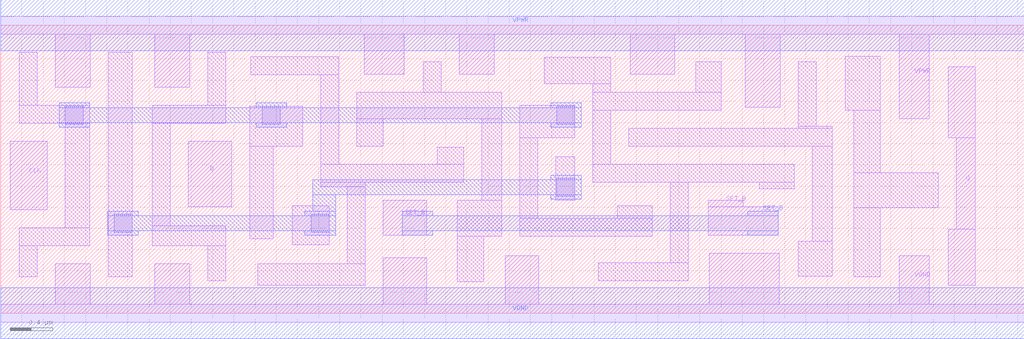
<source format=lef>
# Copyright 2020 The SkyWater PDK Authors
#
# Licensed under the Apache License, Version 2.0 (the "License");
# you may not use this file except in compliance with the License.
# You may obtain a copy of the License at
#
#     https://www.apache.org/licenses/LICENSE-2.0
#
# Unless required by applicable law or agreed to in writing, software
# distributed under the License is distributed on an "AS IS" BASIS,
# WITHOUT WARRANTIES OR CONDITIONS OF ANY KIND, either express or implied.
# See the License for the specific language governing permissions and
# limitations under the License.
#
# SPDX-License-Identifier: Apache-2.0

VERSION 5.5 ;
NAMESCASESENSITIVE ON ;
BUSBITCHARS "[]" ;
DIVIDERCHAR "/" ;
MACRO sky130_fd_sc_hd__dfstp_1
  CLASS CORE ;
  SOURCE USER ;
  ORIGIN  0.000000  0.000000 ;
  SIZE  9.660000 BY  2.720000 ;
  SYMMETRY X Y R90 ;
  SITE unithd ;
  PIN D
    ANTENNAGATEAREA  0.222000 ;
    DIRECTION INPUT ;
    USE SIGNAL ;
    PORT
      LAYER li1 ;
        RECT 1.770000 1.005000 2.180000 1.625000 ;
    END
  END D
  PIN Q
    ANTENNADIFFAREA  0.429000 ;
    DIRECTION OUTPUT ;
    USE SIGNAL ;
    PORT
      LAYER li1 ;
        RECT 8.945000 0.265000 9.200000 0.795000 ;
        RECT 8.945000 1.655000 9.200000 2.325000 ;
        RECT 9.020000 0.795000 9.200000 1.655000 ;
    END
  END Q
  PIN SET_B
    ANTENNAGATEAREA  0.252000 ;
    DIRECTION INPUT ;
    USE SIGNAL ;
    PORT
      LAYER li1 ;
        RECT 3.610000 0.735000 4.020000 1.065000 ;
    END
    PORT
      LAYER li1 ;
        RECT 6.680000 0.735000 7.340000 1.005000 ;
        RECT 6.680000 1.005000 7.010000 1.065000 ;
    END
    PORT
      LAYER met1 ;
        RECT 3.790000 0.735000 4.080000 0.780000 ;
        RECT 3.790000 0.780000 7.340000 0.920000 ;
        RECT 3.790000 0.920000 4.080000 0.965000 ;
        RECT 7.050000 0.735000 7.340000 0.780000 ;
        RECT 7.050000 0.920000 7.340000 0.965000 ;
    END
  END SET_B
  PIN CLK
    ANTENNAGATEAREA  0.159000 ;
    DIRECTION INPUT ;
    USE CLOCK ;
    PORT
      LAYER li1 ;
        RECT 0.090000 0.975000 0.440000 1.625000 ;
    END
  END CLK
  PIN VGND
    DIRECTION INOUT ;
    SHAPE ABUTMENT ;
    USE GROUND ;
    PORT
      LAYER li1 ;
        RECT 0.000000 -0.085000 9.660000 0.085000 ;
        RECT 0.515000  0.085000 0.845000 0.465000 ;
        RECT 1.455000  0.085000 1.785000 0.465000 ;
        RECT 3.610000  0.085000 4.020000 0.525000 ;
        RECT 4.760000  0.085000 5.080000 0.545000 ;
        RECT 6.690000  0.085000 7.350000 0.565000 ;
        RECT 8.480000  0.085000 8.765000 0.545000 ;
    END
    PORT
      LAYER met1 ;
        RECT 0.000000 -0.240000 9.660000 0.240000 ;
    END
  END VGND
  PIN VNB
    DIRECTION INOUT ;
    USE GROUND ;
    PORT
    END
  END VNB
  PIN VPB
    DIRECTION INOUT ;
    USE POWER ;
    PORT
    END
  END VPB
  PIN VPWR
    DIRECTION INOUT ;
    SHAPE ABUTMENT ;
    USE POWER ;
    PORT
      LAYER li1 ;
        RECT 0.000000 2.635000 9.660000 2.805000 ;
        RECT 0.515000 2.135000 0.845000 2.635000 ;
        RECT 1.455000 2.135000 1.785000 2.635000 ;
        RECT 3.430000 2.255000 3.810000 2.635000 ;
        RECT 4.330000 2.255000 4.660000 2.635000 ;
        RECT 5.940000 2.255000 6.360000 2.635000 ;
        RECT 7.030000 1.945000 7.360000 2.635000 ;
        RECT 8.480000 1.835000 8.765000 2.635000 ;
    END
    PORT
      LAYER met1 ;
        RECT 0.000000 2.480000 9.660000 2.960000 ;
    END
  END VPWR
  OBS
    LAYER li1 ;
      RECT 0.175000 0.345000 0.345000 0.635000 ;
      RECT 0.175000 0.635000 0.840000 0.805000 ;
      RECT 0.175000 1.795000 0.840000 1.965000 ;
      RECT 0.175000 1.965000 0.345000 2.465000 ;
      RECT 0.610000 0.805000 0.840000 1.795000 ;
      RECT 1.015000 0.345000 1.240000 2.465000 ;
      RECT 1.430000 0.635000 2.125000 0.825000 ;
      RECT 1.430000 0.825000 1.600000 1.795000 ;
      RECT 1.430000 1.795000 2.125000 1.965000 ;
      RECT 1.955000 0.305000 2.125000 0.635000 ;
      RECT 1.955000 1.965000 2.125000 2.465000 ;
      RECT 2.350000 0.705000 2.570000 1.575000 ;
      RECT 2.350000 1.575000 2.850000 1.955000 ;
      RECT 2.360000 2.250000 3.190000 2.420000 ;
      RECT 2.425000 0.265000 3.440000 0.465000 ;
      RECT 2.750000 0.645000 3.100000 1.015000 ;
      RECT 3.020000 1.195000 3.440000 1.235000 ;
      RECT 3.020000 1.235000 4.370000 1.405000 ;
      RECT 3.020000 1.405000 3.190000 2.250000 ;
      RECT 3.270000 0.465000 3.440000 1.195000 ;
      RECT 3.360000 1.575000 3.610000 1.835000 ;
      RECT 3.360000 1.835000 4.730000 2.085000 ;
      RECT 3.990000 2.085000 4.160000 2.375000 ;
      RECT 4.120000 1.405000 4.370000 1.565000 ;
      RECT 4.310000 0.295000 4.560000 0.725000 ;
      RECT 4.310000 0.725000 4.730000 1.065000 ;
      RECT 4.540000 1.065000 4.730000 1.835000 ;
      RECT 4.900000 0.725000 6.150000 0.895000 ;
      RECT 4.900000 0.895000 5.070000 1.655000 ;
      RECT 4.900000 1.655000 5.420000 1.965000 ;
      RECT 5.130000 2.165000 5.760000 2.415000 ;
      RECT 5.240000 1.065000 5.420000 1.475000 ;
      RECT 5.590000 1.235000 7.490000 1.405000 ;
      RECT 5.590000 1.405000 5.760000 1.915000 ;
      RECT 5.590000 1.915000 6.800000 2.085000 ;
      RECT 5.590000 2.085000 5.760000 2.165000 ;
      RECT 5.640000 0.305000 6.490000 0.475000 ;
      RECT 5.820000 0.895000 6.150000 1.015000 ;
      RECT 5.930000 1.575000 7.850000 1.745000 ;
      RECT 6.320000 0.475000 6.490000 1.235000 ;
      RECT 6.560000 2.085000 6.800000 2.375000 ;
      RECT 7.160000 1.175000 7.490000 1.235000 ;
      RECT 7.530000 0.350000 7.850000 0.680000 ;
      RECT 7.530000 1.745000 7.850000 1.765000 ;
      RECT 7.530000 1.765000 7.700000 2.375000 ;
      RECT 7.660000 0.680000 7.850000 1.575000 ;
      RECT 7.970000 1.915000 8.300000 2.425000 ;
      RECT 8.050000 0.345000 8.300000 0.995000 ;
      RECT 8.050000 0.995000 8.850000 1.325000 ;
      RECT 8.050000 1.325000 8.300000 1.915000 ;
    LAYER mcon ;
      RECT 0.610000 1.785000 0.780000 1.955000 ;
      RECT 1.070000 0.765000 1.240000 0.935000 ;
      RECT 2.470000 1.785000 2.640000 1.955000 ;
      RECT 2.930000 0.765000 3.100000 0.935000 ;
      RECT 5.250000 1.105000 5.420000 1.275000 ;
      RECT 5.250000 1.785000 5.420000 1.955000 ;
    LAYER met1 ;
      RECT 0.550000 1.755000 0.840000 1.800000 ;
      RECT 0.550000 1.800000 5.480000 1.940000 ;
      RECT 0.550000 1.940000 0.840000 1.985000 ;
      RECT 1.010000 0.735000 1.300000 0.780000 ;
      RECT 1.010000 0.780000 3.160000 0.920000 ;
      RECT 1.010000 0.920000 1.300000 0.965000 ;
      RECT 2.410000 1.755000 2.700000 1.800000 ;
      RECT 2.410000 1.940000 2.700000 1.985000 ;
      RECT 2.870000 0.735000 3.160000 0.780000 ;
      RECT 2.870000 0.920000 3.160000 0.965000 ;
      RECT 2.945000 0.965000 3.160000 1.120000 ;
      RECT 2.945000 1.120000 5.480000 1.260000 ;
      RECT 5.190000 1.075000 5.480000 1.120000 ;
      RECT 5.190000 1.260000 5.480000 1.305000 ;
      RECT 5.190000 1.755000 5.480000 1.800000 ;
      RECT 5.190000 1.940000 5.480000 1.985000 ;
  END
END sky130_fd_sc_hd__dfstp_1
END LIBRARY

</source>
